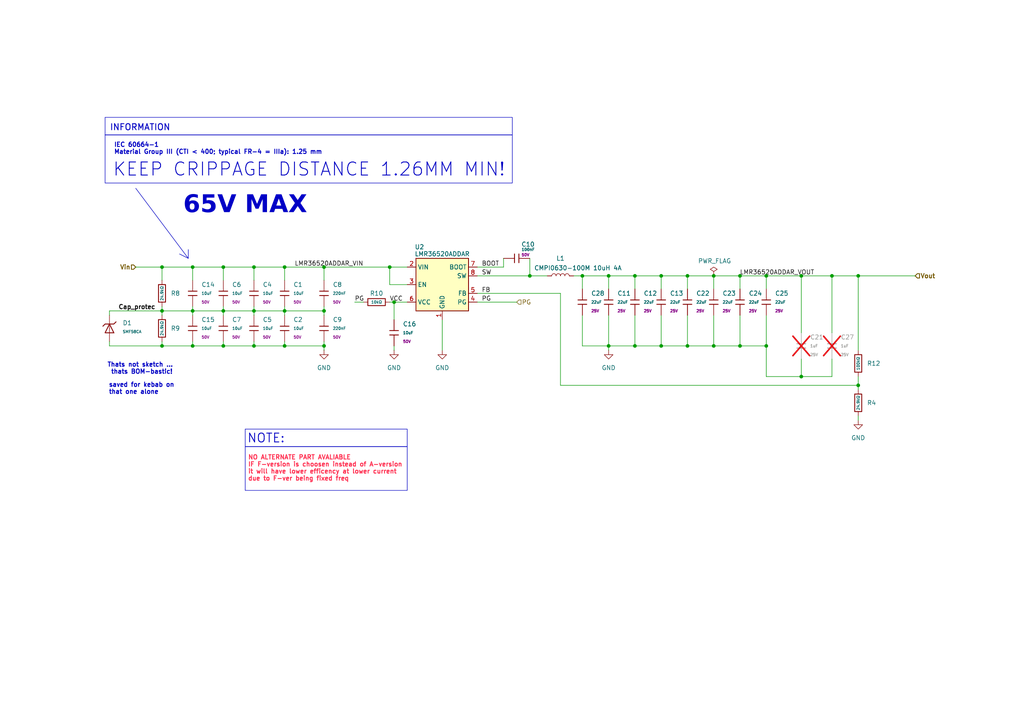
<source format=kicad_sch>
(kicad_sch (version 20250114) (generator "eeschema") (generator_version "9.0")
  (paper "A4")
  (title_block (title "LMR36520ADDAR") (date "2025-08-11") (rev "A") (company "Moducard System") (comment 1 "Artem Horiunov") (comment 2 "Designed in Poland"))
  (rectangle (start 30.48 39.116) (end 148.59 53.086))
  (rectangle (start 71.12 129.54) (end 118.11 142.24))
  (rectangle (start 71.12 124.46) (end 118.11 129.54))
  (rectangle (start 30.48 34.036) (end 148.59 39.116))
  (text "65V MAX" (at 71.12 60.96 0) (effects (font (size 5.08 5.08) (thickness 0.254) (bold yes))))
  (text "NO ALTERNATE PART AVALIABLE\nIF F-version is choosen instead of A-version\nit will have lower efficency at lower current \ndue to F-ver being fixed freq" (at 71.882 135.89 0) (effects (font (size 1.27 1.27) (thickness 0.254) (bold yes)) (justify left)))
  (text "NOTE:" (at 71.628 127.254 0) (effects (font (size 2.54 2.54) (thickness 0.254) (bold yes)) (justify left)))
  (text "INFORMATION" (at 40.64 37.084 0) (effects (font (size 1.778 1.778) (thickness 0.254) (bold yes))))
  (text "KEEP CRIPPAGE DISTANCE 1.26MM MIN!" (at 89.662 49.276 0) (effects (font (size 3.81 3.81) (thickness 0.254) (bold yes))))
  (text "IEC 60664-1\nMaterial Group III (CTI < 400; typical FR-4 = IIIa): 1.25 mm" (at 33.02 43.18 0) (effects (font (size 1.27 1.27) (thickness 0.254) (bold yes)) (justify left)))
  (text "Thats not sketch ... \nthats BOM-bastic!" (at 41.148 106.934 0) (effects (font (size 1.27 1.27) (thickness 0.254) (bold yes))))
  (text "saved for kebab on \nthat one alone" (at 31.496 112.776 0) (effects (font (size 1.27 1.27) (thickness 0.254) (bold yes)) (justify left)))
  (junction (at 55.88 77.47))
  (junction (at 241.3 80.01))
  (junction (at 153.67 80.01))
  (junction (at 113.03 77.47))
  (junction (at 82.55 90.17))
  (junction (at 199.39 80.01))
  (junction (at 207.01 80.01))
  (junction (at 232.41 109.22))
  (junction (at 93.98 100.33))
  (junction (at 184.15 80.01))
  (junction (at 64.77 77.47))
  (junction (at 176.53 100.33))
  (junction (at 248.92 111.76))
  (junction (at 214.63 100.33))
  (junction (at 82.55 100.33))
  (junction (at 199.39 100.33))
  (junction (at 222.25 100.33))
  (junction (at 248.92 80.01))
  (junction (at 176.53 80.01))
  (junction (at 73.66 90.17))
  (junction (at 191.77 80.01))
  (junction (at 55.88 90.17))
  (junction (at 214.63 80.01))
  (junction (at 168.91 80.01))
  (junction (at 55.88 100.33))
  (junction (at 222.25 80.01))
  (junction (at 93.98 90.17))
  (junction (at 64.77 90.17))
  (junction (at 191.77 100.33))
  (junction (at 46.99 100.33))
  (junction (at 73.66 77.47))
  (junction (at 114.3 87.63))
  (junction (at 207.01 100.33))
  (junction (at 232.41 80.01))
  (junction (at 46.99 90.17))
  (junction (at 64.77 100.33))
  (junction (at 46.99 77.47))
  (junction (at 82.55 77.47))
  (junction (at 184.15 100.33))
  (junction (at 73.66 100.33))
  (junction (at 93.98 77.47))
  (wire (pts (xy 102.87 87.63) (xy 105.41 87.63)))
  (wire (pts (xy 46.99 81.28) (xy 46.99 77.47)))
  (wire (pts (xy 55.88 77.47) (xy 64.77 77.47)))
  (wire (pts (xy 82.55 90.17) (xy 82.55 91.44)))
  (polyline (pts (xy 52.07 73.66) (xy 54.61 74.93)))
  (wire (pts (xy 191.77 80.01) (xy 199.39 80.01)))
  (wire (pts (xy 82.55 90.17) (xy 93.98 90.17)))
  (wire (pts (xy 184.15 91.44) (xy 184.15 100.33)))
  (polyline (pts (xy 39.37 54.61) (xy 54.61 74.93)))
  (wire (pts (xy 176.53 100.33) (xy 184.15 100.33)))
  (wire (pts (xy 162.56 111.76) (xy 162.56 85.09)))
  (wire (pts (xy 55.88 77.47) (xy 55.88 81.28)))
  (wire (pts (xy 64.77 77.47) (xy 64.77 81.28)))
  (wire (pts (xy 248.92 109.22) (xy 248.92 111.76)))
  (wire (pts (xy 207.01 80.01) (xy 207.01 83.82)))
  (wire (pts (xy 138.43 80.01) (xy 153.67 80.01)))
  (wire (pts (xy 168.91 100.33) (xy 176.53 100.33)))
  (wire (pts (xy 82.55 100.33) (xy 73.66 100.33)))
  (wire (pts (xy 214.63 80.01) (xy 214.63 83.82)))
  (wire (pts (xy 64.77 99.06) (xy 64.77 100.33)))
  (wire (pts (xy 55.88 100.33) (xy 46.99 100.33)))
  (wire (pts (xy 64.77 100.33) (xy 55.88 100.33)))
  (wire (pts (xy 93.98 77.47) (xy 93.98 81.28)))
  (wire (pts (xy 168.91 100.33) (xy 168.91 91.44)))
  (wire (pts (xy 31.75 100.33) (xy 46.99 100.33)))
  (wire (pts (xy 232.41 80.01) (xy 232.41 96.52)))
  (wire (pts (xy 153.67 74.93) (xy 153.67 80.01)))
  (polyline (pts (xy 54.61 72.39) (xy 54.61 74.93)))
  (wire (pts (xy 191.77 100.33) (xy 184.15 100.33)))
  (wire (pts (xy 222.25 100.33) (xy 222.25 109.22)))
  (wire (pts (xy 46.99 91.44) (xy 46.99 90.17)))
  (wire (pts (xy 207.01 100.33) (xy 214.63 100.33)))
  (wire (pts (xy 55.88 90.17) (xy 46.99 90.17)))
  (wire (pts (xy 168.91 80.01) (xy 176.53 80.01)))
  (wire (pts (xy 232.41 80.01) (xy 241.3 80.01)))
  (wire (pts (xy 113.03 87.63) (xy 114.3 87.63)))
  (wire (pts (xy 64.77 88.9) (xy 64.77 90.17)))
  (wire (pts (xy 114.3 100.33) (xy 114.3 101.6)))
  (wire (pts (xy 93.98 90.17) (xy 93.98 91.44)))
  (wire (pts (xy 73.66 77.47) (xy 73.66 81.28)))
  (wire (pts (xy 166.37 80.01) (xy 168.91 80.01)))
  (wire (pts (xy 113.03 82.55) (xy 113.03 77.47)))
  (wire (pts (xy 176.53 91.44) (xy 176.53 100.33)))
  (wire (pts (xy 82.55 77.47) (xy 93.98 77.47)))
  (wire (pts (xy 222.25 91.44) (xy 222.25 100.33)))
  (wire (pts (xy 93.98 99.06) (xy 93.98 100.33)))
  (wire (pts (xy 191.77 91.44) (xy 191.77 100.33)))
  (wire (pts (xy 73.66 88.9) (xy 73.66 90.17)))
  (wire (pts (xy 113.03 77.47) (xy 118.11 77.47)))
  (wire (pts (xy 248.92 80.01) (xy 265.43 80.01)))
  (wire (pts (xy 46.99 100.33) (xy 46.99 99.06)))
  (wire (pts (xy 82.55 88.9) (xy 82.55 90.17)))
  (wire (pts (xy 241.3 104.14) (xy 241.3 109.22)))
  (wire (pts (xy 138.43 85.09) (xy 162.56 85.09)))
  (wire (pts (xy 232.41 104.14) (xy 232.41 109.22)))
  (wire (pts (xy 55.88 88.9) (xy 55.88 90.17)))
  (wire (pts (xy 55.88 90.17) (xy 64.77 90.17)))
  (wire (pts (xy 93.98 100.33) (xy 82.55 100.33)))
  (wire (pts (xy 214.63 91.44) (xy 214.63 100.33)))
  (wire (pts (xy 138.43 87.63) (xy 149.86 87.63)))
  (wire (pts (xy 114.3 87.63) (xy 114.3 92.71)))
  (wire (pts (xy 73.66 90.17) (xy 82.55 90.17)))
  (wire (pts (xy 207.01 91.44) (xy 207.01 100.33)))
  (wire (pts (xy 222.25 80.01) (xy 222.25 83.82)))
  (wire (pts (xy 73.66 99.06) (xy 73.66 100.33)))
  (wire (pts (xy 113.03 82.55) (xy 118.11 82.55)))
  (wire (pts (xy 73.66 90.17) (xy 73.66 91.44)))
  (wire (pts (xy 176.53 80.01) (xy 184.15 80.01)))
  (wire (pts (xy 64.77 90.17) (xy 73.66 90.17)))
  (wire (pts (xy 222.25 80.01) (xy 232.41 80.01)))
  (wire (pts (xy 93.98 88.9) (xy 93.98 90.17)))
  (wire (pts (xy 199.39 80.01) (xy 207.01 80.01)))
  (wire (pts (xy 241.3 80.01) (xy 248.92 80.01)))
  (wire (pts (xy 138.43 77.47) (xy 146.05 77.47)))
  (wire (pts (xy 191.77 100.33) (xy 199.39 100.33)))
  (wire (pts (xy 199.39 80.01) (xy 199.39 83.82)))
  (wire (pts (xy 114.3 87.63) (xy 118.11 87.63)))
  (wire (pts (xy 82.55 99.06) (xy 82.55 100.33)))
  (wire (pts (xy 168.91 80.01) (xy 168.91 83.82)))
  (wire (pts (xy 199.39 91.44) (xy 199.39 100.33)))
  (wire (pts (xy 55.88 99.06) (xy 55.88 100.33)))
  (wire (pts (xy 73.66 77.47) (xy 82.55 77.47)))
  (wire (pts (xy 31.75 99.06) (xy 31.75 100.33)))
  (wire (pts (xy 93.98 77.47) (xy 113.03 77.47)))
  (wire (pts (xy 184.15 80.01) (xy 191.77 80.01)))
  (wire (pts (xy 241.3 80.01) (xy 241.3 96.52)))
  (wire (pts (xy 248.92 80.01) (xy 248.92 101.6)))
  (wire (pts (xy 73.66 100.33) (xy 64.77 100.33)))
  (wire (pts (xy 153.67 80.01) (xy 158.75 80.01)))
  (wire (pts (xy 146.05 77.47) (xy 146.05 74.93)))
  (wire (pts (xy 241.3 109.22) (xy 232.41 109.22)))
  (wire (pts (xy 207.01 80.01) (xy 214.63 80.01)))
  (wire (pts (xy 93.98 100.33) (xy 93.98 101.6)))
  (wire (pts (xy 199.39 100.33) (xy 207.01 100.33)))
  (wire (pts (xy 64.77 90.17) (xy 64.77 91.44)))
  (wire (pts (xy 191.77 80.01) (xy 191.77 83.82)))
  (wire (pts (xy 46.99 90.17) (xy 46.99 88.9)))
  (wire (pts (xy 55.88 90.17) (xy 55.88 91.44)))
  (wire (pts (xy 162.56 111.76) (xy 248.92 111.76)))
  (wire (pts (xy 46.99 77.47) (xy 55.88 77.47)))
  (wire (pts (xy 39.37 77.47) (xy 46.99 77.47)))
  (wire (pts (xy 176.53 80.01) (xy 176.53 83.82)))
  (wire (pts (xy 248.92 120.65) (xy 248.92 121.92)))
  (wire (pts (xy 128.27 92.71) (xy 128.27 101.6)))
  (wire (pts (xy 214.63 80.01) (xy 222.25 80.01)))
  (wire (pts (xy 222.25 100.33) (xy 214.63 100.33)))
  (wire (pts (xy 184.15 83.82) (xy 184.15 80.01)))
  (wire (pts (xy 82.55 77.47) (xy 82.55 81.28)))
  (wire (pts (xy 64.77 77.47) (xy 73.66 77.47)))
  (wire (pts (xy 248.92 111.76) (xy 248.92 113.03)))
  (wire (pts (xy 176.53 100.33) (xy 176.53 101.6)))
  (wire (pts (xy 232.41 109.22) (xy 222.25 109.22)))
  (wire (pts (xy 31.75 90.17) (xy 46.99 90.17)))
  (wire (pts (xy 31.75 90.17) (xy 31.75 91.44)))
  (label "PG" (at 102.87 87.63 0))
  (label "LMR36520ADDAR_VOUT" (at 236.22 80.01 180))
  (label "VCC" (at 116.84 87.63 180))
  (label "Cap_protec" (at 34.29 90.17 0) (effects (font (thickness 0.254) (bold yes))))
  (label "FB" (at 139.7 85.09 0))
  (label "BOOT" (at 139.7 77.47 0))
  (label "SW" (at 139.7 80.01 0))
  (label "LMR36520ADDAR_VIN" (at 105.41 77.47 180))
  (label "PG" (at 139.7 87.63 0))
  (hierarchical_label "Vout" (shape input) (at 265.43 80.01 0) (effects (font (thickness 0.254) (bold yes))))
  (hierarchical_label "PG" (shape input) (at 149.86 87.63 0))
  (hierarchical_label "Vin" (shape input) (at 39.37 77.47 180) (effects (font (thickness 0.254) (bold yes))))
  (symbol (lib_id "PCM_JLCPCB-Capacitors:0805,22uF") (at 222.25 87.63 0) (unit 1)
    (property "Reference" "C25" (at 224.79 85.0899 0) (effects (justify left)))
    (property "Value" "22uF" (at 224.79 87.63 0) (effects (font (size 0.8 0.8)) (justify left)))
    (property "Footprint" "PCM_JLCPCB:C_0805" (effects (hide yes)))
    (property "Datasheet" "https://www.lcsc.com/datasheet/lcsc_datasheet_2304140030_Samsung-Electro-Mechanics-CL21A226MAQNNNE_C45783.pdf" (effects (hide yes)))
    (property "Description" "25V 22uF X5R ±20% 0805 Multilayer Ceramic Capacitors MLCC - SMD/SMT ROHS" (effects (hide yes)))
    (property "LCSC" "C45783" (effects (hide yes)))
    (property "Stock" "3152058" (effects (hide yes)))
    (property "Price" "0.026USD" (effects (hide yes)))
    (property "Process" "SMT" (effects (hide yes)))
    (property "Minimum Qty" "20" (effects (hide yes)))
    (property "Attrition Qty" "6" (effects (hide yes)))
    (property "Class" "Basic Component" (effects (hide yes)))
    (property "Category" "Capacitors,Multilayer Ceramic Capacitors MLCC - SMD/SMT" (effects (hide yes)))
    (property "Manufacturer" "Samsung Electro-Mechanics" (effects (hide yes)))
    (property "Part" "CL21A226MAQNNNE" (effects (hide yes)))
    (property "Voltage Rated" "25V" (at 224.79 90.17 0) (effects (font (size 0.8 0.8)) (justify left)))
    (property "Tolerance" "±20%" (effects (hide yes)))
    (property "Capacitance" "22uF" (effects (hide yes)))
    (property "Temperature Coefficient" "X5R" (effects (hide yes)))
  )
  (symbol (lib_id "power:GND") (at 128.27 101.6 0) (unit 1)
    (property "Reference" "#PWR011" (effects (hide yes)))
    (property "Value" "GND" (at 128.27 106.68 0))
    (property "Description" "Power symbol creates a global label with name \"GND\" , ground" (effects (hide yes)))
  )
  (symbol (lib_id "PCM_JLCPCB-Capacitors:0805,22uF") (at 184.15 87.63 0) (unit 1)
    (property "Reference" "C12" (at 186.69 85.0899 0) (effects (justify left)))
    (property "Value" "22uF" (at 186.69 87.63 0) (effects (font (size 0.8 0.8)) (justify left)))
    (property "Footprint" "PCM_JLCPCB:C_0805" (effects (hide yes)))
    (property "Datasheet" "https://www.lcsc.com/datasheet/lcsc_datasheet_2304140030_Samsung-Electro-Mechanics-CL21A226MAQNNNE_C45783.pdf" (effects (hide yes)))
    (property "Description" "25V 22uF X5R ±20% 0805 Multilayer Ceramic Capacitors MLCC - SMD/SMT ROHS" (effects (hide yes)))
    (property "LCSC" "C45783" (effects (hide yes)))
    (property "Stock" "3152058" (effects (hide yes)))
    (property "Price" "0.026USD" (effects (hide yes)))
    (property "Process" "SMT" (effects (hide yes)))
    (property "Minimum Qty" "20" (effects (hide yes)))
    (property "Attrition Qty" "6" (effects (hide yes)))
    (property "Class" "Basic Component" (effects (hide yes)))
    (property "Category" "Capacitors,Multilayer Ceramic Capacitors MLCC - SMD/SMT" (effects (hide yes)))
    (property "Manufacturer" "Samsung Electro-Mechanics" (effects (hide yes)))
    (property "Part" "CL21A226MAQNNNE" (effects (hide yes)))
    (property "Voltage Rated" "25V" (at 186.69 90.17 0) (effects (font (size 0.8 0.8)) (justify left)))
    (property "Tolerance" "±20%" (effects (hide yes)))
    (property "Capacitance" "22uF" (effects (hide yes)))
    (property "Temperature Coefficient" "X5R" (effects (hide yes)))
  )
  (symbol (lib_id "PCM_JLCPCB-Diodes:TVS-Uni,SMF58CA") (at 31.75 95.25 180) (unit 1)
    (property "Reference" "D1" (at 35.56 93.6624 0) (effects (justify right)))
    (property "Value" "SMF58CA" (at 35.56 96.2025 0) (effects (font (size 0.8 0.8)) (justify right)))
    (property "Footprint" "PCM_JLCPCB:D_SOD-123FL" (effects (hide yes)))
    (property "Datasheet" "https://www.lcsc.com/datasheet/lcsc_datasheet_2501071555_hongjiacheng-SMF58CA_C42371753.pdf" (effects (hide yes)))
    (property "Description" "58V 93.6V 2.1A 1uA 200W 71.2V -55°C~+150°C SOD-123FL ESD and Surge Protection (TVS/ESD)" (effects (hide yes)))
    (property "LCSC" "C42371753" (effects (hide yes)))
    (property "Stock" "6770" (effects (hide yes)))
    (property "Price" "0.025USD" (effects (hide yes)))
    (property "Process" "SMT" (effects (hide yes)))
    (property "Minimum Qty" "15" (effects (hide yes)))
    (property "Attrition Qty" "4" (effects (hide yes)))
    (property "Class" "Preferred Component" (effects (hide yes)))
    (property "Category" "Circuit Protection,ESD And Surge Protection (TVS/ESD)" (effects (hide yes)))
    (property "Manufacturer" "hongjiacheng" (effects (hide yes)))
    (property "Part" "SMF58CA" (effects (hide yes)))
    (property "Operating Temperature" "-55°C~+150°C" (effects (hide yes)))
    (property "Peak Pulse Power Dissipation (Ppp)" "200W" (effects (hide yes)))
    (property "Clamping Voltage" "93.6V" (effects (hide yes)))
    (property "Peak Pulse Current (Ipp)" "2.1A" (effects (hide yes)))
    (property "Voltage - Breakdown" "71.2V" (effects (hide yes)))
    (property "Reverse Stand-Off Voltage (Vrwm)" "58V" (effects (hide yes)))
    (property "Reverse Leakage Current (Ir)" "1uA" (effects (hide yes)))
  )
  (symbol (lib_id "PCM_JLCPCB-Capacitors:0805,22uF") (at 207.01 87.63 0) (unit 1)
    (property "Reference" "C23" (at 209.55 85.0899 0) (effects (justify left)))
    (property "Value" "22uF" (at 209.55 87.63 0) (effects (font (size 0.8 0.8)) (justify left)))
    (property "Footprint" "PCM_JLCPCB:C_0805" (effects (hide yes)))
    (property "Datasheet" "https://www.lcsc.com/datasheet/lcsc_datasheet_2304140030_Samsung-Electro-Mechanics-CL21A226MAQNNNE_C45783.pdf" (effects (hide yes)))
    (property "Description" "25V 22uF X5R ±20% 0805 Multilayer Ceramic Capacitors MLCC - SMD/SMT ROHS" (effects (hide yes)))
    (property "LCSC" "C45783" (effects (hide yes)))
    (property "Stock" "3152058" (effects (hide yes)))
    (property "Price" "0.026USD" (effects (hide yes)))
    (property "Process" "SMT" (effects (hide yes)))
    (property "Minimum Qty" "20" (effects (hide yes)))
    (property "Attrition Qty" "6" (effects (hide yes)))
    (property "Class" "Basic Component" (effects (hide yes)))
    (property "Category" "Capacitors,Multilayer Ceramic Capacitors MLCC - SMD/SMT" (effects (hide yes)))
    (property "Manufacturer" "Samsung Electro-Mechanics" (effects (hide yes)))
    (property "Part" "CL21A226MAQNNNE" (effects (hide yes)))
    (property "Voltage Rated" "25V" (at 209.55 90.17 0) (effects (font (size 0.8 0.8)) (justify left)))
    (property "Tolerance" "±20%" (effects (hide yes)))
    (property "Capacitance" "22uF" (effects (hide yes)))
    (property "Temperature Coefficient" "X5R" (effects (hide yes)))
  )
  (symbol (lib_id "PCM_JLCPCB-Capacitors:0805,22uF") (at 176.53 87.63 0) (unit 1)
    (property "Reference" "C11" (at 179.07 85.0899 0) (effects (justify left)))
    (property "Value" "22uF" (at 179.07 87.63 0) (effects (font (size 0.8 0.8)) (justify left)))
    (property "Footprint" "PCM_JLCPCB:C_0805" (effects (hide yes)))
    (property "Datasheet" "https://www.lcsc.com/datasheet/lcsc_datasheet_2304140030_Samsung-Electro-Mechanics-CL21A226MAQNNNE_C45783.pdf" (effects (hide yes)))
    (property "Description" "25V 22uF X5R ±20% 0805 Multilayer Ceramic Capacitors MLCC - SMD/SMT ROHS" (effects (hide yes)))
    (property "LCSC" "C45783" (effects (hide yes)))
    (property "Stock" "3152058" (effects (hide yes)))
    (property "Price" "0.026USD" (effects (hide yes)))
    (property "Process" "SMT" (effects (hide yes)))
    (property "Minimum Qty" "20" (effects (hide yes)))
    (property "Attrition Qty" "6" (effects (hide yes)))
    (property "Class" "Basic Component" (effects (hide yes)))
    (property "Category" "Capacitors,Multilayer Ceramic Capacitors MLCC - SMD/SMT" (effects (hide yes)))
    (property "Manufacturer" "Samsung Electro-Mechanics" (effects (hide yes)))
    (property "Part" "CL21A226MAQNNNE" (effects (hide yes)))
    (property "Voltage Rated" "25V" (at 179.07 90.17 0) (effects (font (size 0.8 0.8)) (justify left)))
    (property "Tolerance" "±20%" (effects (hide yes)))
    (property "Capacitance" "22uF" (effects (hide yes)))
    (property "Temperature Coefficient" "X5R" (effects (hide yes)))
  )
  (symbol (lib_id "PCM_JLCPCB-Capacitors:0805,10uF,(2)") (at 73.66 85.09 0) (unit 1)
    (property "Reference" "C4" (at 76.2 82.5499 0) (effects (justify left)))
    (property "Value" "10uF" (at 76.2 85.09 0) (effects (font (size 0.8 0.8)) (justify left)))
    (property "Footprint" "PCM_JLCPCB:C_0805" (effects (hide yes)))
    (property "Datasheet" "https://www.lcsc.com/datasheet/lcsc_datasheet_2411041759_Murata-Electronics-GRM21BR61H106KE43L_C440198.pdf" (effects (hide yes)))
    (property "Description" "50V 10uF X5R ±10% 0805 Multilayer Ceramic Capacitors MLCC - SMD/SMT ROHS" (effects (hide yes)))
    (property "LCSC" "C440198" (effects (hide yes)))
    (property "Stock" "1039032" (effects (hide yes)))
    (property "Price" "0.069USD" (effects (hide yes)))
    (property "Process" "SMT" (effects (hide yes)))
    (property "Minimum Qty" "5" (effects (hide yes)))
    (property "Attrition Qty" "4" (effects (hide yes)))
    (property "Class" "Basic Component" (effects (hide yes)))
    (property "Category" "Capacitors,Multilayer Ceramic Capacitors MLCC - SMD/SMT" (effects (hide yes)))
    (property "Manufacturer" "Murata Electronics" (effects (hide yes)))
    (property "Part" "GRM21BR61H106KE43L" (effects (hide yes)))
    (property "Voltage Rated" "50V" (at 76.2 87.63 0) (effects (font (size 0.8 0.8)) (justify left)))
    (property "Tolerance" "±10%" (effects (hide yes)))
    (property "Capacitance" "10uF" (effects (hide yes)))
    (property "Temperature Coefficient" "X5R" (effects (hide yes)))
  )
  (symbol (lib_id "PCM_JLCPCB-Capacitors:0805,10uF,(2)") (at 114.3 96.52 0) (unit 1)
    (property "Reference" "C16" (at 116.84 93.9799 0) (effects (justify left)))
    (property "Value" "10uF" (at 116.84 96.52 0) (effects (font (size 0.8 0.8)) (justify left)))
    (property "Footprint" "PCM_JLCPCB:C_0805" (effects (hide yes)))
    (property "Datasheet" "https://www.lcsc.com/datasheet/lcsc_datasheet_2411041759_Murata-Electronics-GRM21BR61H106KE43L_C440198.pdf" (effects (hide yes)))
    (property "Description" "50V 10uF X5R ±10% 0805 Multilayer Ceramic Capacitors MLCC - SMD/SMT ROHS" (effects (hide yes)))
    (property "LCSC" "C440198" (effects (hide yes)))
    (property "Stock" "1039032" (effects (hide yes)))
    (property "Price" "0.069USD" (effects (hide yes)))
    (property "Process" "SMT" (effects (hide yes)))
    (property "Minimum Qty" "5" (effects (hide yes)))
    (property "Attrition Qty" "4" (effects (hide yes)))
    (property "Class" "Basic Component" (effects (hide yes)))
    (property "Category" "Capacitors,Multilayer Ceramic Capacitors MLCC - SMD/SMT" (effects (hide yes)))
    (property "Manufacturer" "Murata Electronics" (effects (hide yes)))
    (property "Part" "GRM21BR61H106KE43L" (effects (hide yes)))
    (property "Voltage Rated" "50V" (at 116.84 99.06 0) (effects (font (size 0.8 0.8)) (justify left)))
    (property "Tolerance" "±10%" (effects (hide yes)))
    (property "Capacitance" "10uF" (effects (hide yes)))
    (property "Temperature Coefficient" "X5R" (effects (hide yes)))
  )
  (symbol (lib_id "PCM_JLCPCB-Capacitors:0805,22uF") (at 191.77 87.63 0) (unit 1)
    (property "Reference" "C13" (at 194.31 85.0899 0) (effects (justify left)))
    (property "Value" "22uF" (at 194.31 87.63 0) (effects (font (size 0.8 0.8)) (justify left)))
    (property "Footprint" "PCM_JLCPCB:C_0805" (effects (hide yes)))
    (property "Datasheet" "https://www.lcsc.com/datasheet/lcsc_datasheet_2304140030_Samsung-Electro-Mechanics-CL21A226MAQNNNE_C45783.pdf" (effects (hide yes)))
    (property "Description" "25V 22uF X5R ±20% 0805 Multilayer Ceramic Capacitors MLCC - SMD/SMT ROHS" (effects (hide yes)))
    (property "LCSC" "C45783" (effects (hide yes)))
    (property "Stock" "3152058" (effects (hide yes)))
    (property "Price" "0.026USD" (effects (hide yes)))
    (property "Process" "SMT" (effects (hide yes)))
    (property "Minimum Qty" "20" (effects (hide yes)))
    (property "Attrition Qty" "6" (effects (hide yes)))
    (property "Class" "Basic Component" (effects (hide yes)))
    (property "Category" "Capacitors,Multilayer Ceramic Capacitors MLCC - SMD/SMT" (effects (hide yes)))
    (property "Manufacturer" "Samsung Electro-Mechanics" (effects (hide yes)))
    (property "Part" "CL21A226MAQNNNE" (effects (hide yes)))
    (property "Voltage Rated" "25V" (at 194.31 90.17 0) (effects (font (size 0.8 0.8)) (justify left)))
    (property "Tolerance" "±20%" (effects (hide yes)))
    (property "Capacitance" "22uF" (effects (hide yes)))
    (property "Temperature Coefficient" "X5R" (effects (hide yes)))
  )
  (symbol (lib_id "PCM_JLCPCB-Capacitors:0805,22uF") (at 168.91 87.63 0) (unit 1)
    (property "Reference" "C28" (at 171.45 85.0899 0) (effects (justify left)))
    (property "Value" "22uF" (at 171.45 87.63 0) (effects (font (size 0.8 0.8)) (justify left)))
    (property "Footprint" "PCM_JLCPCB:C_0805" (effects (hide yes)))
    (property "Datasheet" "https://www.lcsc.com/datasheet/lcsc_datasheet_2304140030_Samsung-Electro-Mechanics-CL21A226MAQNNNE_C45783.pdf" (effects (hide yes)))
    (property "Description" "25V 22uF X5R ±20% 0805 Multilayer Ceramic Capacitors MLCC - SMD/SMT ROHS" (effects (hide yes)))
    (property "LCSC" "C45783" (effects (hide yes)))
    (property "Stock" "3152058" (effects (hide yes)))
    (property "Price" "0.026USD" (effects (hide yes)))
    (property "Process" "SMT" (effects (hide yes)))
    (property "Minimum Qty" "20" (effects (hide yes)))
    (property "Attrition Qty" "6" (effects (hide yes)))
    (property "Class" "Basic Component" (effects (hide yes)))
    (property "Category" "Capacitors,Multilayer Ceramic Capacitors MLCC - SMD/SMT" (effects (hide yes)))
    (property "Manufacturer" "Samsung Electro-Mechanics" (effects (hide yes)))
    (property "Part" "CL21A226MAQNNNE" (effects (hide yes)))
    (property "Voltage Rated" "25V" (at 171.45 90.17 0) (effects (font (size 0.8 0.8)) (justify left)))
    (property "Tolerance" "±20%" (effects (hide yes)))
    (property "Capacitance" "22uF" (effects (hide yes)))
    (property "Temperature Coefficient" "X5R" (effects (hide yes)))
  )
  (symbol (lib_id "PCM_JLCPCB-Capacitors:0805,10uF,(2)") (at 55.88 95.25 0) (unit 1)
    (property "Reference" "C15" (at 58.42 92.7099 0) (effects (justify left)))
    (property "Value" "10uF" (at 58.42 95.25 0) (effects (font (size 0.8 0.8)) (justify left)))
    (property "Footprint" "PCM_JLCPCB:C_0805" (effects (hide yes)))
    (property "Datasheet" "https://www.lcsc.com/datasheet/lcsc_datasheet_2411041759_Murata-Electronics-GRM21BR61H106KE43L_C440198.pdf" (effects (hide yes)))
    (property "Description" "50V 10uF X5R ±10% 0805 Multilayer Ceramic Capacitors MLCC - SMD/SMT ROHS" (effects (hide yes)))
    (property "LCSC" "C440198" (effects (hide yes)))
    (property "Stock" "1039032" (effects (hide yes)))
    (property "Price" "0.069USD" (effects (hide yes)))
    (property "Process" "SMT" (effects (hide yes)))
    (property "Minimum Qty" "5" (effects (hide yes)))
    (property "Attrition Qty" "4" (effects (hide yes)))
    (property "Class" "Basic Component" (effects (hide yes)))
    (property "Category" "Capacitors,Multilayer Ceramic Capacitors MLCC - SMD/SMT" (effects (hide yes)))
    (property "Manufacturer" "Murata Electronics" (effects (hide yes)))
    (property "Part" "GRM21BR61H106KE43L" (effects (hide yes)))
    (property "Voltage Rated" "50V" (at 58.42 97.79 0) (effects (font (size 0.8 0.8)) (justify left)))
    (property "Tolerance" "±10%" (effects (hide yes)))
    (property "Capacitance" "10uF" (effects (hide yes)))
    (property "Temperature Coefficient" "X5R" (effects (hide yes)))
  )
  (symbol (lib_id "PCM_JLCPCB-Capacitors:0805,10uF,(2)") (at 82.55 85.09 0) (unit 1)
    (property "Reference" "C1" (at 85.09 82.5499 0) (effects (justify left)))
    (property "Value" "10uF" (at 85.09 85.09 0) (effects (font (size 0.8 0.8)) (justify left)))
    (property "Footprint" "PCM_JLCPCB:C_0805" (effects (hide yes)))
    (property "Datasheet" "https://www.lcsc.com/datasheet/lcsc_datasheet_2411041759_Murata-Electronics-GRM21BR61H106KE43L_C440198.pdf" (effects (hide yes)))
    (property "Description" "50V 10uF X5R ±10% 0805 Multilayer Ceramic Capacitors MLCC - SMD/SMT ROHS" (effects (hide yes)))
    (property "LCSC" "C440198" (effects (hide yes)))
    (property "Stock" "1039032" (effects (hide yes)))
    (property "Price" "0.069USD" (effects (hide yes)))
    (property "Process" "SMT" (effects (hide yes)))
    (property "Minimum Qty" "5" (effects (hide yes)))
    (property "Attrition Qty" "4" (effects (hide yes)))
    (property "Class" "Basic Component" (effects (hide yes)))
    (property "Category" "Capacitors,Multilayer Ceramic Capacitors MLCC - SMD/SMT" (effects (hide yes)))
    (property "Manufacturer" "Murata Electronics" (effects (hide yes)))
    (property "Part" "GRM21BR61H106KE43L" (effects (hide yes)))
    (property "Voltage Rated" "50V" (at 85.09 87.63 0) (effects (font (size 0.8 0.8)) (justify left)))
    (property "Tolerance" "±10%" (effects (hide yes)))
    (property "Capacitance" "10uF" (effects (hide yes)))
    (property "Temperature Coefficient" "X5R" (effects (hide yes)))
  )
  (symbol (lib_id "PCM_JLCPCB-Capacitors:0805,10uF,(2)") (at 64.77 95.25 0) (unit 1)
    (property "Reference" "C7" (at 67.31 92.7099 0) (effects (justify left)))
    (property "Value" "10uF" (at 67.31 95.25 0) (effects (font (size 0.8 0.8)) (justify left)))
    (property "Footprint" "PCM_JLCPCB:C_0805" (effects (hide yes)))
    (property "Datasheet" "https://www.lcsc.com/datasheet/lcsc_datasheet_2411041759_Murata-Electronics-GRM21BR61H106KE43L_C440198.pdf" (effects (hide yes)))
    (property "Description" "50V 10uF X5R ±10% 0805 Multilayer Ceramic Capacitors MLCC - SMD/SMT ROHS" (effects (hide yes)))
    (property "LCSC" "C440198" (effects (hide yes)))
    (property "Stock" "1039032" (effects (hide yes)))
    (property "Price" "0.069USD" (effects (hide yes)))
    (property "Process" "SMT" (effects (hide yes)))
    (property "Minimum Qty" "5" (effects (hide yes)))
    (property "Attrition Qty" "4" (effects (hide yes)))
    (property "Class" "Basic Component" (effects (hide yes)))
    (property "Category" "Capacitors,Multilayer Ceramic Capacitors MLCC - SMD/SMT" (effects (hide yes)))
    (property "Manufacturer" "Murata Electronics" (effects (hide yes)))
    (property "Part" "GRM21BR61H106KE43L" (effects (hide yes)))
    (property "Voltage Rated" "50V" (at 67.31 97.79 0) (effects (font (size 0.8 0.8)) (justify left)))
    (property "Tolerance" "±10%" (effects (hide yes)))
    (property "Capacitance" "10uF" (effects (hide yes)))
    (property "Temperature Coefficient" "X5R" (effects (hide yes)))
  )
  (symbol (lib_id "PCM_JLCPCB-Capacitors:0402,1uF") (at 232.41 100.33 0) (unit 1) (dnp yes)
    (property "Reference" "C21" (at 234.95 97.7899 0) (effects (justify left)))
    (property "Value" "1uF" (at 234.95 100.33 0) (effects (font (size 0.8 0.8)) (justify left)))
    (property "Footprint" "PCM_JLCPCB:C_0402" (effects (hide yes)))
    (property "Datasheet" "https://www.lcsc.com/datasheet/lcsc_datasheet_2304140030_Samsung-Electro-Mechanics-CL05A105KA5NQNC_C52923.pdf" (effects (hide yes)))
    (property "Description" "25V 1uF X5R ±10% 0402 Multilayer Ceramic Capacitors MLCC - SMD/SMT ROHS" (effects (hide yes)))
    (property "LCSC" "C52923" (effects (hide yes)))
    (property "Stock" "8158989" (effects (hide yes)))
    (property "Price" "0.006USD" (effects (hide yes)))
    (property "Process" "SMT" (effects (hide yes)))
    (property "Minimum Qty" "20" (effects (hide yes)))
    (property "Attrition Qty" "10" (effects (hide yes)))
    (property "Class" "Basic Component" (effects (hide yes)))
    (property "Category" "Capacitors,Multilayer Ceramic Capacitors MLCC - SMD/SMT" (effects (hide yes)))
    (property "Manufacturer" "Samsung Electro-Mechanics" (effects (hide yes)))
    (property "Part" "CL05A105KA5NQNC" (effects (hide yes)))
    (property "Voltage Rated" "25V" (at 234.95 102.87 0) (effects (font (size 0.8 0.8)) (justify left)))
    (property "Tolerance" "±10%" (effects (hide yes)))
    (property "Capacitance" "1uF" (effects (hide yes)))
    (property "Temperature Coefficient" "X5R" (effects (hide yes)))
  )
  (symbol (lib_id "PCM_JLCPCB-Capacitors:0402,100nF,(2)") (at 149.86 74.93 90) (unit 1)
    (property "Reference" "C10" (at 153.162 70.866 90))
    (property "Value" "100nF" (at 153.162 72.39 90) (effects (font (size 0.8 0.8))))
    (property "Footprint" "PCM_JLCPCB:C_0402" (effects (hide yes)))
    (property "Datasheet" "https://www.lcsc.com/datasheet/lcsc_datasheet_2304140030_Samsung-Electro-Mechanics-CL05B104KB54PNC_C307331.pdf" (effects (hide yes)))
    (property "Description" "50V 100nF X7R ±10% 0402 Multilayer Ceramic Capacitors MLCC - SMD/SMT ROHS" (effects (hide yes)))
    (property "LCSC" "C307331" (effects (hide yes)))
    (property "Stock" "5475927" (effects (hide yes)))
    (property "Price" "0.008USD" (effects (hide yes)))
    (property "Process" "SMT" (effects (hide yes)))
    (property "Minimum Qty" "20" (effects (hide yes)))
    (property "Attrition Qty" "10" (effects (hide yes)))
    (property "Class" "Basic Component" (effects (hide yes)))
    (property "Category" "Capacitors,Multilayer Ceramic Capacitors MLCC - SMD/SMT" (effects (hide yes)))
    (property "Manufacturer" "Samsung Electro-Mechanics" (effects (hide yes)))
    (property "Part" "CL05B104KB54PNC" (effects (hide yes)))
    (property "Voltage Rated" "50V" (at 152.4 73.914 90) (effects (font (size 0.8 0.8))))
    (property "Tolerance" "±10%" (effects (hide yes)))
    (property "Capacitance" "100nF" (effects (hide yes)))
    (property "Temperature Coefficient" "X7R" (effects (hide yes)))
  )
  (symbol (lib_id "PCM_JLCPCB-Resistors:0402,24kΩ") (at 248.92 116.84 0) (unit 1)
    (property "Reference" "R4" (at 251.46 116.8399 0) (effects (justify left)))
    (property "Value" "24.9kΩ" (at 248.92 116.84 90) (effects (font (size 0.8 0.8))))
    (property "Footprint" "PCM_JLCPCB:R_0402" (effects (hide yes)))
    (property "Datasheet" "https://jlcpcb.com/api/file/downloadByFileSystemAccessId/8586178107867353088" (effects (hide yes)))
    (property "Description" "-55℃~+155℃ 24.9kΩ 50V 62.5mW Thick Film Resistor ±1% ±100ppm/℃ 0402 Chip Resistor - Surface Mount ROHS" (effects (hide yes)))
    (property "LCSC" "C25874" (effects (hide yes)))
    (property "Stock" "341202" (effects (hide yes)))
    (property "Price" "0.004USD" (effects (hide yes)))
    (property "Process" "SMT" (effects (hide yes)))
    (property "Minimum Qty" "20" (effects (hide yes)))
    (property "Attrition Qty" "10" (effects (hide yes)))
    (property "Class" "Preferred Component" (effects (hide yes)))
    (property "Category" "Resistors,Chip Resistor - Surface Mount" (effects (hide yes)))
    (property "Manufacturer" "UNI-ROYAL(Uniroyal Elec)" (effects (hide yes)))
    (property "Part" "0402WGF2402TCE" (effects (hide yes)))
    (property "Resistance" "24kΩ" (effects (hide yes)))
    (property "Power(Watts)" "62.5mW" (effects (hide yes)))
    (property "Type" "Thick Film Resistors" (effects (hide yes)))
    (property "Overload Voltage (Max)" "50V" (effects (hide yes)))
    (property "Operating Temperature Range" "-55°C~+155°C" (effects (hide yes)))
    (property "Tolerance" "±1%" (effects (hide yes)))
    (property "Temperature Coefficient" "±100ppm/°C" (effects (hide yes)))
  )
  (symbol (lib_id "power:PWR_FLAG") (at 207.01 80.01 0) (unit 1)
    (property "Reference" "#FLG01" (effects (hide yes)))
    (property "Value" "PWR_FLAG" (at 207.264 75.692 0))
    (property "Description" "Special symbol for telling ERC where power comes from" (effects (hide yes)))
  )
  (symbol (lib_id "PCM_JLCPCB-Resistors:0402,24kΩ") (at 46.99 85.09 0) (unit 1)
    (property "Reference" "R8" (at 49.53 85.0899 0) (effects (justify left)))
    (property "Value" "24.9kΩ" (at 46.99 85.09 90) (effects (font (size 0.8 0.8))))
    (property "Footprint" "PCM_JLCPCB:R_0402" (effects (hide yes)))
    (property "Datasheet" "https://jlcpcb.com/api/file/downloadByFileSystemAccessId/8586178107867353088" (effects (hide yes)))
    (property "Description" "-55℃~+155℃ 24.9kΩ 50V 62.5mW Thick Film Resistor ±1% ±100ppm/℃ 0402 Chip Resistor - Surface Mount ROHS" (effects (hide yes)))
    (property "LCSC" "C25874" (effects (hide yes)))
    (property "Stock" "341202" (effects (hide yes)))
    (property "Price" "0.004USD" (effects (hide yes)))
    (property "Process" "SMT" (effects (hide yes)))
    (property "Minimum Qty" "20" (effects (hide yes)))
    (property "Attrition Qty" "10" (effects (hide yes)))
    (property "Class" "Preferred Component" (effects (hide yes)))
    (property "Category" "Resistors,Chip Resistor - Surface Mount" (effects (hide yes)))
    (property "Manufacturer" "UNI-ROYAL(Uniroyal Elec)" (effects (hide yes)))
    (property "Part" "0402WGF2402TCE" (effects (hide yes)))
    (property "Resistance" "24kΩ" (effects (hide yes)))
    (property "Power(Watts)" "62.5mW" (effects (hide yes)))
    (property "Type" "Thick Film Resistors" (effects (hide yes)))
    (property "Overload Voltage (Max)" "50V" (effects (hide yes)))
    (property "Operating Temperature Range" "-55°C~+155°C" (effects (hide yes)))
    (property "Tolerance" "±1%" (effects (hide yes)))
    (property "Temperature Coefficient" "±100ppm/°C" (effects (hide yes)))
  )
  (symbol (lib_id "PCM_JLCPCB-Capacitors:0805,10uF,(2)") (at 55.88 85.09 0) (unit 1)
    (property "Reference" "C14" (at 58.42 82.5499 0) (effects (justify left)))
    (property "Value" "10uF" (at 58.42 85.09 0) (effects (font (size 0.8 0.8)) (justify left)))
    (property "Footprint" "PCM_JLCPCB:C_0805" (effects (hide yes)))
    (property "Datasheet" "https://www.lcsc.com/datasheet/lcsc_datasheet_2411041759_Murata-Electronics-GRM21BR61H106KE43L_C440198.pdf" (effects (hide yes)))
    (property "Description" "50V 10uF X5R ±10% 0805 Multilayer Ceramic Capacitors MLCC - SMD/SMT ROHS" (effects (hide yes)))
    (property "LCSC" "C440198" (effects (hide yes)))
    (property "Stock" "1039032" (effects (hide yes)))
    (property "Price" "0.069USD" (effects (hide yes)))
    (property "Process" "SMT" (effects (hide yes)))
    (property "Minimum Qty" "5" (effects (hide yes)))
    (property "Attrition Qty" "4" (effects (hide yes)))
    (property "Class" "Basic Component" (effects (hide yes)))
    (property "Category" "Capacitors,Multilayer Ceramic Capacitors MLCC - SMD/SMT" (effects (hide yes)))
    (property "Manufacturer" "Murata Electronics" (effects (hide yes)))
    (property "Part" "GRM21BR61H106KE43L" (effects (hide yes)))
    (property "Voltage Rated" "50V" (at 58.42 87.63 0) (effects (font (size 0.8 0.8)) (justify left)))
    (property "Tolerance" "±10%" (effects (hide yes)))
    (property "Capacitance" "10uF" (effects (hide yes)))
    (property "Temperature Coefficient" "X5R" (effects (hide yes)))
  )
  (symbol (lib_id "PCM_JLCPCB-Capacitors:0805,10uF,(2)") (at 82.55 95.25 0) (unit 1)
    (property "Reference" "C2" (at 85.09 92.7099 0) (effects (justify left)))
    (property "Value" "10uF" (at 85.09 95.25 0) (effects (font (size 0.8 0.8)) (justify left)))
    (property "Footprint" "PCM_JLCPCB:C_0805" (effects (hide yes)))
    (property "Datasheet" "https://www.lcsc.com/datasheet/lcsc_datasheet_2411041759_Murata-Electronics-GRM21BR61H106KE43L_C440198.pdf" (effects (hide yes)))
    (property "Description" "50V 10uF X5R ±10% 0805 Multilayer Ceramic Capacitors MLCC - SMD/SMT ROHS" (effects (hide yes)))
    (property "LCSC" "C440198" (effects (hide yes)))
    (property "Stock" "1039032" (effects (hide yes)))
    (property "Price" "0.069USD" (effects (hide yes)))
    (property "Process" "SMT" (effects (hide yes)))
    (property "Minimum Qty" "5" (effects (hide yes)))
    (property "Attrition Qty" "4" (effects (hide yes)))
    (property "Class" "Basic Component" (effects (hide yes)))
    (property "Category" "Capacitors,Multilayer Ceramic Capacitors MLCC - SMD/SMT" (effects (hide yes)))
    (property "Manufacturer" "Murata Electronics" (effects (hide yes)))
    (property "Part" "GRM21BR61H106KE43L" (effects (hide yes)))
    (property "Voltage Rated" "50V" (at 85.09 97.79 0) (effects (font (size 0.8 0.8)) (justify left)))
    (property "Tolerance" "±10%" (effects (hide yes)))
    (property "Capacitance" "10uF" (effects (hide yes)))
    (property "Temperature Coefficient" "X5R" (effects (hide yes)))
  )
  (symbol (lib_id "PCM_JLCPCB-Resistors:0603,100kΩ") (at 248.92 105.41 0) (unit 1)
    (property "Reference" "R12" (at 251.46 105.4099 0) (effects (justify left)))
    (property "Value" "100kΩ" (at 248.92 105.41 90) (effects (font (size 0.8 0.8))))
    (property "Footprint" "PCM_JLCPCB:R_0603" (effects (hide yes)))
    (property "Datasheet" "https://www.lcsc.com/datasheet/lcsc_datasheet_2206010045_UNI-ROYAL-Uniroyal-Elec-0603WAF1003T5E_C25803.pdf" (effects (hide yes)))
    (property "Description" "100mW Thick Film Resistors 75V ±100ppm/°C ±1% 100kΩ 0603 Chip Resistor - Surface Mount ROHS" (effects (hide yes)))
    (property "LCSC" "C25803" (effects (hide yes)))
    (property "Stock" "6943671" (effects (hide yes)))
    (property "Price" "0.004USD" (effects (hide yes)))
    (property "Process" "SMT" (effects (hide yes)))
    (property "Minimum Qty" "20" (effects (hide yes)))
    (property "Attrition Qty" "10" (effects (hide yes)))
    (property "Class" "Basic Component" (effects (hide yes)))
    (property "Category" "Resistors,Chip Resistor - Surface Mount" (effects (hide yes)))
    (property "Manufacturer" "UNI-ROYAL(Uniroyal Elec)" (effects (hide yes)))
    (property "Part" "0603WAF1003T5E" (effects (hide yes)))
    (property "Resistance" "100kΩ" (effects (hide yes)))
    (property "Power(Watts)" "100mW" (effects (hide yes)))
    (property "Type" "Thick Film Resistors" (effects (hide yes)))
    (property "Overload Voltage (Max)" "75V" (effects (hide yes)))
    (property "Operating Temperature Range" "-55°C~+155°C" (effects (hide yes)))
    (property "Tolerance" "±1%" (effects (hide yes)))
    (property "Temperature Coefficient" "±100ppm/°C" (effects (hide yes)))
  )
  (symbol (lib_id "PCM_JLCPCB-Capacitors:0805,10uF,(2)") (at 64.77 85.09 0) (unit 1)
    (property "Reference" "C6" (at 67.31 82.5499 0) (effects (justify left)))
    (property "Value" "10uF" (at 67.31 85.09 0) (effects (font (size 0.8 0.8)) (justify left)))
    (property "Footprint" "PCM_JLCPCB:C_0805" (effects (hide yes)))
    (property "Datasheet" "https://www.lcsc.com/datasheet/lcsc_datasheet_2411041759_Murata-Electronics-GRM21BR61H106KE43L_C440198.pdf" (effects (hide yes)))
    (property "Description" "50V 10uF X5R ±10% 0805 Multilayer Ceramic Capacitors MLCC - SMD/SMT ROHS" (effects (hide yes)))
    (property "LCSC" "C440198" (effects (hide yes)))
    (property "Stock" "1039032" (effects (hide yes)))
    (property "Price" "0.069USD" (effects (hide yes)))
    (property "Process" "SMT" (effects (hide yes)))
    (property "Minimum Qty" "5" (effects (hide yes)))
    (property "Attrition Qty" "4" (effects (hide yes)))
    (property "Class" "Basic Component" (effects (hide yes)))
    (property "Category" "Capacitors,Multilayer Ceramic Capacitors MLCC - SMD/SMT" (effects (hide yes)))
    (property "Manufacturer" "Murata Electronics" (effects (hide yes)))
    (property "Part" "GRM21BR61H106KE43L" (effects (hide yes)))
    (property "Voltage Rated" "50V" (at 67.31 87.63 0) (effects (font (size 0.8 0.8)) (justify left)))
    (property "Tolerance" "±10%" (effects (hide yes)))
    (property "Capacitance" "10uF" (effects (hide yes)))
    (property "Temperature Coefficient" "X5R" (effects (hide yes)))
  )
  (symbol (lib_id "PCM_JLCPCB-Capacitors:0805,22uF") (at 199.39 87.63 0) (unit 1)
    (property "Reference" "C22" (at 201.93 85.0899 0) (effects (justify left)))
    (property "Value" "22uF" (at 201.93 87.63 0) (effects (font (size 0.8 0.8)) (justify left)))
    (property "Footprint" "PCM_JLCPCB:C_0805" (effects (hide yes)))
    (property "Datasheet" "https://www.lcsc.com/datasheet/lcsc_datasheet_2304140030_Samsung-Electro-Mechanics-CL21A226MAQNNNE_C45783.pdf" (effects (hide yes)))
    (property "Description" "25V 22uF X5R ±20% 0805 Multilayer Ceramic Capacitors MLCC - SMD/SMT ROHS" (effects (hide yes)))
    (property "LCSC" "C45783" (effects (hide yes)))
    (property "Stock" "3152058" (effects (hide yes)))
    (property "Price" "0.026USD" (effects (hide yes)))
    (property "Process" "SMT" (effects (hide yes)))
    (property "Minimum Qty" "20" (effects (hide yes)))
    (property "Attrition Qty" "6" (effects (hide yes)))
    (property "Class" "Basic Component" (effects (hide yes)))
    (property "Category" "Capacitors,Multilayer Ceramic Capacitors MLCC - SMD/SMT" (effects (hide yes)))
    (property "Manufacturer" "Samsung Electro-Mechanics" (effects (hide yes)))
    (property "Part" "CL21A226MAQNNNE" (effects (hide yes)))
    (property "Voltage Rated" "25V" (at 201.93 90.17 0) (effects (font (size 0.8 0.8)) (justify left)))
    (property "Tolerance" "±20%" (effects (hide yes)))
    (property "Capacitance" "22uF" (effects (hide yes)))
    (property "Temperature Coefficient" "X5R" (effects (hide yes)))
  )
  (symbol (lib_id "Device:L") (at 162.56 80.01 90) (unit 1)
    (property "Reference" "L1" (at 162.56 74.93 90))
    (property "Value" "CMPI0630-100M 10uH 4A" (at 167.64 77.724 90))
    (property "Footprint" "Inductor_SMD:L_TechFuse_SL0620" (effects (hide yes)))
    (property "Datasheet" "https://www.lcsc.com/datasheet/C917354.pdf" (effects (hide yes)))
    (property "Description" "4A 10uH ±20% 5A SMD,7.1x6.6mm Power Inductors ROHS" (effects (hide yes)))
    (property "LCSC" "C917354" (effects (hide yes)))
  )
  (symbol (lib_id "power:GND") (at 176.53 101.6 0) (unit 1)
    (property "Reference" "#PWR014" (effects (hide yes)))
    (property "Value" "GND" (at 176.53 106.68 0))
    (property "Description" "Power symbol creates a global label with name \"GND\" , ground" (effects (hide yes)))
  )
  (symbol (lib_id "PCM_JLCPCB-Capacitors:0805,22uF") (at 214.63 87.63 0) (unit 1)
    (property "Reference" "C24" (at 217.17 85.0899 0) (effects (justify left)))
    (property "Value" "22uF" (at 217.17 87.63 0) (effects (font (size 0.8 0.8)) (justify left)))
    (property "Footprint" "PCM_JLCPCB:C_0805" (effects (hide yes)))
    (property "Datasheet" "https://www.lcsc.com/datasheet/lcsc_datasheet_2304140030_Samsung-Electro-Mechanics-CL21A226MAQNNNE_C45783.pdf" (effects (hide yes)))
    (property "Description" "25V 22uF X5R ±20% 0805 Multilayer Ceramic Capacitors MLCC - SMD/SMT ROHS" (effects (hide yes)))
    (property "LCSC" "C45783" (effects (hide yes)))
    (property "Stock" "3152058" (effects (hide yes)))
    (property "Price" "0.026USD" (effects (hide yes)))
    (property "Process" "SMT" (effects (hide yes)))
    (property "Minimum Qty" "20" (effects (hide yes)))
    (property "Attrition Qty" "6" (effects (hide yes)))
    (property "Class" "Basic Component" (effects (hide yes)))
    (property "Category" "Capacitors,Multilayer Ceramic Capacitors MLCC - SMD/SMT" (effects (hide yes)))
    (property "Manufacturer" "Samsung Electro-Mechanics" (effects (hide yes)))
    (property "Part" "CL21A226MAQNNNE" (effects (hide yes)))
    (property "Voltage Rated" "25V" (at 217.17 90.17 0) (effects (font (size 0.8 0.8)) (justify left)))
    (property "Tolerance" "±20%" (effects (hide yes)))
    (property "Capacitance" "22uF" (effects (hide yes)))
    (property "Temperature Coefficient" "X5R" (effects (hide yes)))
  )
  (symbol (lib_id "power:GND") (at 93.98 101.6 0) (unit 1)
    (property "Reference" "#PWR010" (effects (hide yes)))
    (property "Value" "GND" (at 93.98 106.68 0))
    (property "Description" "Power symbol creates a global label with name \"GND\" , ground" (effects (hide yes)))
  )
  (symbol (lib_id "PCM_JLCPCB-Capacitors:0805,220nF") (at 93.98 85.09 0) (unit 1)
    (property "Reference" "C8" (at 96.52 82.5499 0) (effects (justify left)))
    (property "Value" "220nF" (at 96.52 85.09 0) (effects (font (size 0.8 0.8)) (justify left)))
    (property "Footprint" "PCM_JLCPCB:C_0805" (effects (hide yes)))
    (property "Datasheet" "https://www.lcsc.com/datasheet/lcsc_datasheet_2304140030_Samsung-Electro-Mechanics-CL21B224KBFNNNE_C5378.pdf" (effects (hide yes)))
    (property "Description" "50V 220nF X7R ±10% 0805 Multilayer Ceramic Capacitors MLCC - SMD/SMT ROHS" (effects (hide yes)))
    (property "LCSC" "C5378" (effects (hide yes)))
    (property "Stock" "806549" (effects (hide yes)))
    (property "Price" "0.014USD" (effects (hide yes)))
    (property "Process" "SMT" (effects (hide yes)))
    (property "Minimum Qty" "20" (effects (hide yes)))
    (property "Attrition Qty" "10" (effects (hide yes)))
    (property "Class" "Basic Component" (effects (hide yes)))
    (property "Category" "Capacitors,Multilayer Ceramic Capacitors MLCC - SMD/SMT" (effects (hide yes)))
    (property "Manufacturer" "Samsung Electro-Mechanics" (effects (hide yes)))
    (property "Part" "CL21B224KBFNNNE" (effects (hide yes)))
    (property "Voltage Rated" "50V" (at 96.52 87.63 0) (effects (font (size 0.8 0.8)) (justify left)))
    (property "Tolerance" "±10%" (effects (hide yes)))
    (property "Capacitance" "220nF" (effects (hide yes)))
    (property "Temperature Coefficient" "X7R" (effects (hide yes)))
  )
  (symbol (lib_id "PCM_JLCPCB-Capacitors:0805,10uF,(2)") (at 73.66 95.25 0) (unit 1)
    (property "Reference" "C5" (at 76.2 92.7099 0) (effects (justify left)))
    (property "Value" "10uF" (at 76.2 95.25 0) (effects (font (size 0.8 0.8)) (justify left)))
    (property "Footprint" "PCM_JLCPCB:C_0805" (effects (hide yes)))
    (property "Datasheet" "https://www.lcsc.com/datasheet/lcsc_datasheet_2411041759_Murata-Electronics-GRM21BR61H106KE43L_C440198.pdf" (effects (hide yes)))
    (property "Description" "50V 10uF X5R ±10% 0805 Multilayer Ceramic Capacitors MLCC - SMD/SMT ROHS" (effects (hide yes)))
    (property "LCSC" "C440198" (effects (hide yes)))
    (property "Stock" "1039032" (effects (hide yes)))
    (property "Price" "0.069USD" (effects (hide yes)))
    (property "Process" "SMT" (effects (hide yes)))
    (property "Minimum Qty" "5" (effects (hide yes)))
    (property "Attrition Qty" "4" (effects (hide yes)))
    (property "Class" "Basic Component" (effects (hide yes)))
    (property "Category" "Capacitors,Multilayer Ceramic Capacitors MLCC - SMD/SMT" (effects (hide yes)))
    (property "Manufacturer" "Murata Electronics" (effects (hide yes)))
    (property "Part" "GRM21BR61H106KE43L" (effects (hide yes)))
    (property "Voltage Rated" "50V" (at 76.2 97.79 0) (effects (font (size 0.8 0.8)) (justify left)))
    (property "Tolerance" "±10%" (effects (hide yes)))
    (property "Capacitance" "10uF" (effects (hide yes)))
    (property "Temperature Coefficient" "X5R" (effects (hide yes)))
  )
  (symbol (lib_id "power:GND") (at 248.92 121.92 0) (unit 1)
    (property "Reference" "#PWR013" (effects (hide yes)))
    (property "Value" "GND" (at 248.92 127 0))
    (property "Description" "Power symbol creates a global label with name \"GND\" , ground" (effects (hide yes)))
  )
  (symbol (lib_id "PCM_JLCPCB-Resistors:0402,24kΩ") (at 46.99 95.25 0) (unit 1)
    (property "Reference" "R9" (at 49.53 95.2499 0) (effects (justify left)))
    (property "Value" "24.9kΩ" (at 46.99 95.25 90) (effects (font (size 0.8 0.8))))
    (property "Footprint" "PCM_JLCPCB:R_0402" (effects (hide yes)))
    (property "Datasheet" "https://jlcpcb.com/api/file/downloadByFileSystemAccessId/8586178107867353088" (effects (hide yes)))
    (property "Description" "-55℃~+155℃ 24.9kΩ 50V 62.5mW Thick Film Resistor ±1% ±100ppm/℃ 0402 Chip Resistor - Surface Mount ROHS" (effects (hide yes)))
    (property "LCSC" "C25874" (effects (hide yes)))
    (property "Stock" "341202" (effects (hide yes)))
    (property "Price" "0.004USD" (effects (hide yes)))
    (property "Process" "SMT" (effects (hide yes)))
    (property "Minimum Qty" "20" (effects (hide yes)))
    (property "Attrition Qty" "10" (effects (hide yes)))
    (property "Class" "Preferred Component" (effects (hide yes)))
    (property "Category" "Resistors,Chip Resistor - Surface Mount" (effects (hide yes)))
    (property "Manufacturer" "UNI-ROYAL(Uniroyal Elec)" (effects (hide yes)))
    (property "Part" "0402WGF2402TCE" (effects (hide yes)))
    (property "Resistance" "24kΩ" (effects (hide yes)))
    (property "Power(Watts)" "62.5mW" (effects (hide yes)))
    (property "Type" "Thick Film Resistors" (effects (hide yes)))
    (property "Overload Voltage (Max)" "50V" (effects (hide yes)))
    (property "Operating Temperature Range" "-55°C~+155°C" (effects (hide yes)))
    (property "Tolerance" "±1%" (effects (hide yes)))
    (property "Temperature Coefficient" "±100ppm/°C" (effects (hide yes)))
  )
  (symbol (lib_id "PCM_JLCPCB-Capacitors:0805,220nF") (at 93.98 95.25 0) (unit 1)
    (property "Reference" "C9" (at 96.52 92.7099 0) (effects (justify left)))
    (property "Value" "220nF" (at 96.52 95.25 0) (effects (font (size 0.8 0.8)) (justify left)))
    (property "Footprint" "PCM_JLCPCB:C_0805" (effects (hide yes)))
    (property "Datasheet" "https://www.lcsc.com/datasheet/lcsc_datasheet_2304140030_Samsung-Electro-Mechanics-CL21B224KBFNNNE_C5378.pdf" (effects (hide yes)))
    (property "Description" "50V 220nF X7R ±10% 0805 Multilayer Ceramic Capacitors MLCC - SMD/SMT ROHS" (effects (hide yes)))
    (property "LCSC" "C5378" (effects (hide yes)))
    (property "Stock" "806549" (effects (hide yes)))
    (property "Price" "0.014USD" (effects (hide yes)))
    (property "Process" "SMT" (effects (hide yes)))
    (property "Minimum Qty" "20" (effects (hide yes)))
    (property "Attrition Qty" "10" (effects (hide yes)))
    (property "Class" "Basic Component" (effects (hide yes)))
    (property "Category" "Capacitors,Multilayer Ceramic Capacitors MLCC - SMD/SMT" (effects (hide yes)))
    (property "Manufacturer" "Samsung Electro-Mechanics" (effects (hide yes)))
    (property "Part" "CL21B224KBFNNNE" (effects (hide yes)))
    (property "Voltage Rated" "50V" (at 96.52 97.79 0) (effects (font (size 0.8 0.8)) (justify left)))
    (property "Tolerance" "±10%" (effects (hide yes)))
    (property "Capacitance" "220nF" (effects (hide yes)))
    (property "Temperature Coefficient" "X7R" (effects (hide yes)))
  )
  (symbol (lib_id "power:GND") (at 114.3 101.6 0) (unit 1)
    (property "Reference" "#PWR016" (effects (hide yes)))
    (property "Value" "GND" (at 114.3 106.68 0))
    (property "Description" "Power symbol creates a global label with name \"GND\" , ground" (effects (hide yes)))
  )
  (symbol (lib_id "PCM_JLCPCB-Resistors:0402,10kΩ") (at 109.22 87.63 90) (unit 1)
    (property "Reference" "R10" (at 109.22 85.09 90))
    (property "Value" "10kΩ" (at 109.22 87.63 90) (effects (font (size 0.8 0.8))))
    (property "Footprint" "PCM_JLCPCB:R_0402" (effects (hide yes)))
    (property "Datasheet" "https://www.lcsc.com/datasheet/lcsc_datasheet_2411221126_UNI-ROYAL-Uniroyal-Elec-0402WGF1002TCE_C25744.pdf" (effects (hide yes)))
    (property "Description" "62.5mW Thick Film Resistors 50V ±100ppm/°C ±1% 10kΩ 0402 Chip Resistor - Surface Mount ROHS" (effects (hide yes)))
    (property "LCSC" "C25744" (effects (hide yes)))
    (property "Stock" "6144808" (effects (hide yes)))
    (property "Price" "0.004USD" (effects (hide yes)))
    (property "Process" "SMT" (effects (hide yes)))
    (property "Minimum Qty" "5" (effects (hide yes)))
    (property "Attrition Qty" "10" (effects (hide yes)))
    (property "Class" "Basic Component" (effects (hide yes)))
    (property "Category" "Resistors,Chip Resistor - Surface Mount" (effects (hide yes)))
    (property "Manufacturer" "UNI-ROYAL(Uniroyal Elec)" (effects (hide yes)))
    (property "Part" "0402WGF1002TCE" (effects (hide yes)))
    (property "Resistance" "10kΩ" (effects (hide yes)))
    (property "Power(Watts)" "62.5mW" (effects (hide yes)))
    (property "Type" "Thick Film Resistors" (effects (hide yes)))
    (property "Overload Voltage (Max)" "50V" (effects (hide yes)))
    (property "Operating Temperature Range" "-55°C~+155°C" (effects (hide yes)))
    (property "Tolerance" "±1%" (effects (hide yes)))
    (property "Temperature Coefficient" "±100ppm/°C" (effects (hide yes)))
  )
  (symbol (lib_id "Regulator_Switching:LMR33640DDDA") (at 128.27 82.55 0) (unit 1)
    (property "Reference" "U2" (at 121.666 71.628 0))
    (property "Value" "LMR36520ADDAR" (at 128.27 73.66 0))
    (property "Footprint" "Package_SO:Texas_HSOP-8-1EP_3.9x4.9mm_P1.27mm_ThermalVias" (effects (hide yes)))
    (property "Datasheet" "https://www.snapeda.com/parts/LMR36520ADDAR/Texas%20Instruments/datasheet/" (effects (hide yes)))
    (property "Description" "Simple Switcher Synchronous Buck Regulator, Vin=3.8-36V, Iout=4A, F=1000kHz, Adjustable output voltage, HSOP-8" (effects (hide yes)))
    (property "LCSC" "C2879422" (effects (hide yes)))
  )
  (symbol (lib_id "PCM_JLCPCB-Capacitors:0402,1uF") (at 241.3 100.33 0) (unit 1) (dnp yes)
    (property "Reference" "C27" (at 243.84 97.7899 0) (effects (justify left)))
    (property "Value" "1uF" (at 243.84 100.33 0) (effects (font (size 0.8 0.8)) (justify left)))
    (property "Footprint" "PCM_JLCPCB:C_0402" (effects (hide yes)))
    (property "Datasheet" "https://www.lcsc.com/datasheet/lcsc_datasheet_2304140030_Samsung-Electro-Mechanics-CL05A105KA5NQNC_C52923.pdf" (effects (hide yes)))
    (property "Description" "25V 1uF X5R ±10% 0402 Multilayer Ceramic Capacitors MLCC - SMD/SMT ROHS" (effects (hide yes)))
    (property "LCSC" "C52923" (effects (hide yes)))
    (property "Stock" "8158989" (effects (hide yes)))
    (property "Price" "0.006USD" (effects (hide yes)))
    (property "Process" "SMT" (effects (hide yes)))
    (property "Minimum Qty" "20" (effects (hide yes)))
    (property "Attrition Qty" "10" (effects (hide yes)))
    (property "Class" "Basic Component" (effects (hide yes)))
    (property "Category" "Capacitors,Multilayer Ceramic Capacitors MLCC - SMD/SMT" (effects (hide yes)))
    (property "Manufacturer" "Samsung Electro-Mechanics" (effects (hide yes)))
    (property "Part" "CL05A105KA5NQNC" (effects (hide yes)))
    (property "Voltage Rated" "25V" (at 243.84 102.87 0) (effects (font (size 0.8 0.8)) (justify left)))
    (property "Tolerance" "±10%" (effects (hide yes)))
    (property "Capacitance" "1uF" (effects (hide yes)))
    (property "Temperature Coefficient" "X5R" (effects (hide yes)))
  )
)
</source>
